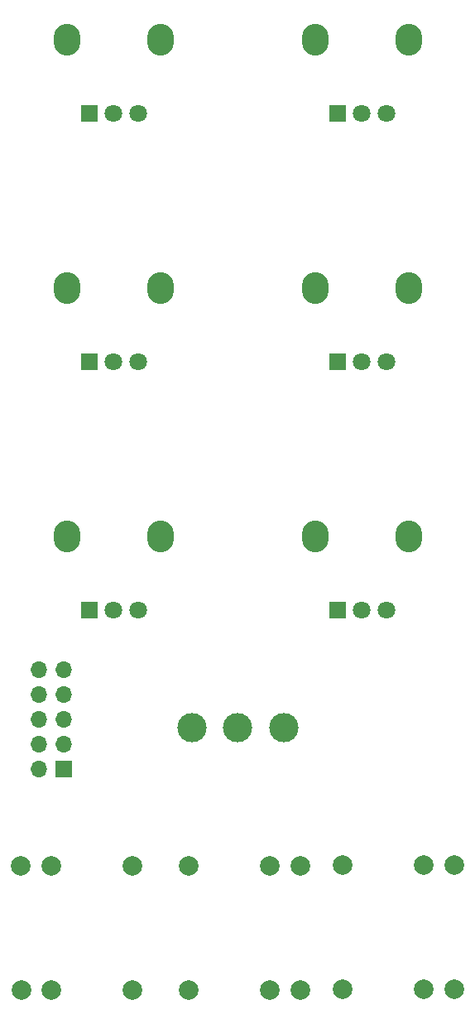
<source format=gbr>
%TF.GenerationSoftware,KiCad,Pcbnew,7.0.1*%
%TF.CreationDate,2024-08-14T21:14:33-04:00*%
%TF.ProjectId,attenuverter_mixer,61747465-6e75-4766-9572-7465725f6d69,rev?*%
%TF.SameCoordinates,Original*%
%TF.FileFunction,Soldermask,Top*%
%TF.FilePolarity,Negative*%
%FSLAX46Y46*%
G04 Gerber Fmt 4.6, Leading zero omitted, Abs format (unit mm)*
G04 Created by KiCad (PCBNEW 7.0.1) date 2024-08-14 21:14:33*
%MOMM*%
%LPD*%
G01*
G04 APERTURE LIST*
%ADD10R,1.700000X1.700000*%
%ADD11O,1.700000X1.700000*%
%ADD12C,2.000000*%
%ADD13O,2.720000X3.240000*%
%ADD14R,1.800000X1.800000*%
%ADD15C,1.800000*%
%ADD16C,3.000000*%
G04 APERTURE END LIST*
D10*
%TO.C,J7*%
X118110000Y-125349000D03*
D11*
X115570000Y-125349000D03*
X118110000Y-122809000D03*
X115570000Y-122809000D03*
X118110000Y-120269000D03*
X115570000Y-120269000D03*
X118110000Y-117729000D03*
X115570000Y-117729000D03*
X118110000Y-115189000D03*
X115570000Y-115189000D03*
%TD*%
D12*
%TO.C,J5*%
X142268500Y-147955000D03*
X130868500Y-147955000D03*
X139168500Y-147955000D03*
%TD*%
D13*
%TO.C,RV3*%
X118390000Y-101593000D03*
X127990000Y-101593000D03*
D14*
X120690000Y-109093000D03*
D15*
X123190000Y-109093000D03*
X125690000Y-109093000D03*
%TD*%
D12*
%TO.C,J2*%
X142268500Y-135255000D03*
X130868500Y-135255000D03*
X139168500Y-135255000D03*
%TD*%
D13*
%TO.C,RV6*%
X143790000Y-101593000D03*
X153390000Y-101593000D03*
D14*
X146090000Y-109093000D03*
D15*
X148590000Y-109093000D03*
X151090000Y-109093000D03*
%TD*%
D13*
%TO.C,RV4*%
X143790000Y-50793000D03*
X153390000Y-50793000D03*
D14*
X146090000Y-58293000D03*
D15*
X148590000Y-58293000D03*
X151090000Y-58293000D03*
%TD*%
D12*
%TO.C,J6*%
X158016500Y-147910000D03*
X146616500Y-147910000D03*
X154916500Y-147910000D03*
%TD*%
D13*
%TO.C,RV2*%
X118390000Y-76193000D03*
X127990000Y-76193000D03*
D14*
X120690000Y-83693000D03*
D15*
X123190000Y-83693000D03*
X125690000Y-83693000D03*
%TD*%
D13*
%TO.C,RV1*%
X118390000Y-50793000D03*
X127990000Y-50793000D03*
D14*
X120690000Y-58293000D03*
D15*
X123190000Y-58293000D03*
X125690000Y-58293000D03*
%TD*%
D13*
%TO.C,RV5*%
X143790000Y-76193000D03*
X153390000Y-76193000D03*
D14*
X146090000Y-83693000D03*
D15*
X148590000Y-83693000D03*
X151090000Y-83693000D03*
%TD*%
D12*
%TO.C,J4*%
X113753500Y-147955000D03*
X125153500Y-147955000D03*
X116853500Y-147955000D03*
%TD*%
%TO.C,J1*%
X113723500Y-135255000D03*
X125123500Y-135255000D03*
X116823500Y-135255000D03*
%TD*%
%TO.C,J3*%
X158046500Y-135210000D03*
X146646500Y-135210000D03*
X154946500Y-135210000D03*
%TD*%
D16*
%TO.C,SW1*%
X140590000Y-121113000D03*
X135890000Y-121113000D03*
X131190000Y-121113000D03*
%TD*%
M02*

</source>
